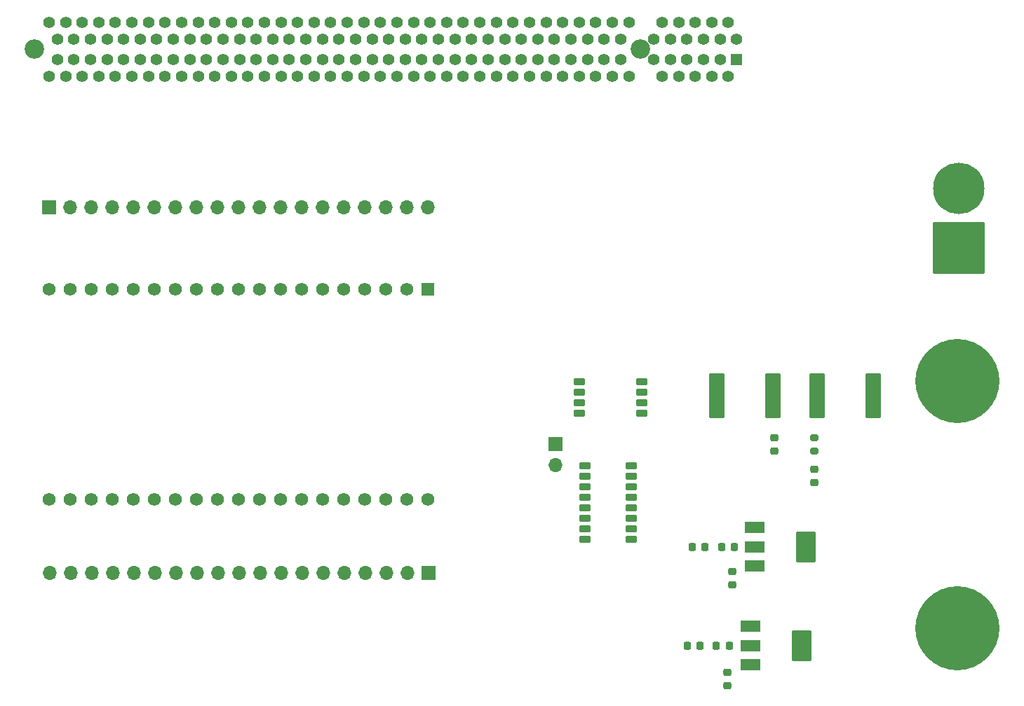
<source format=gbr>
%TF.GenerationSoftware,KiCad,Pcbnew,7.0.7*%
%TF.CreationDate,2024-02-19T11:00:26-08:00*%
%TF.ProjectId,Core-Board,436f7265-2d42-46f6-9172-642e6b696361,rev?*%
%TF.SameCoordinates,Original*%
%TF.FileFunction,Soldermask,Top*%
%TF.FilePolarity,Negative*%
%FSLAX46Y46*%
G04 Gerber Fmt 4.6, Leading zero omitted, Abs format (unit mm)*
G04 Created by KiCad (PCBNEW 7.0.7) date 2024-02-19 11:00:26*
%MOMM*%
%LPD*%
G01*
G04 APERTURE LIST*
G04 Aperture macros list*
%AMRoundRect*
0 Rectangle with rounded corners*
0 $1 Rounding radius*
0 $2 $3 $4 $5 $6 $7 $8 $9 X,Y pos of 4 corners*
0 Add a 4 corners polygon primitive as box body*
4,1,4,$2,$3,$4,$5,$6,$7,$8,$9,$2,$3,0*
0 Add four circle primitives for the rounded corners*
1,1,$1+$1,$2,$3*
1,1,$1+$1,$4,$5*
1,1,$1+$1,$6,$7*
1,1,$1+$1,$8,$9*
0 Add four rect primitives between the rounded corners*
20,1,$1+$1,$2,$3,$4,$5,0*
20,1,$1+$1,$4,$5,$6,$7,0*
20,1,$1+$1,$6,$7,$8,$9,0*
20,1,$1+$1,$8,$9,$2,$3,0*%
G04 Aperture macros list end*
%ADD10RoundRect,0.151600X-0.555400X-0.260400X0.555400X-0.260400X0.555400X0.260400X-0.555400X0.260400X0*%
%ADD11RoundRect,0.102000X0.600000X-0.300000X0.600000X0.300000X-0.600000X0.300000X-0.600000X-0.300000X0*%
%ADD12RoundRect,0.225000X0.250000X-0.225000X0.250000X0.225000X-0.250000X0.225000X-0.250000X-0.225000X0*%
%ADD13RoundRect,0.225000X-0.225000X-0.250000X0.225000X-0.250000X0.225000X0.250000X-0.225000X0.250000X0*%
%ADD14RoundRect,0.218750X-0.256250X0.218750X-0.256250X-0.218750X0.256250X-0.218750X0.256250X0.218750X0*%
%ADD15C,2.350000*%
%ADD16RoundRect,0.102000X-0.604000X-0.604000X0.604000X-0.604000X0.604000X0.604000X-0.604000X0.604000X0*%
%ADD17C,1.412000*%
%ADD18RoundRect,0.218750X0.218750X0.256250X-0.218750X0.256250X-0.218750X-0.256250X0.218750X-0.256250X0*%
%ADD19R,1.700000X1.700000*%
%ADD20O,1.700000X1.700000*%
%ADD21R,1.560000X1.560000*%
%ADD22C,1.560000*%
%ADD23RoundRect,0.200000X-0.275000X0.200000X-0.275000X-0.200000X0.275000X-0.200000X0.275000X0.200000X0*%
%ADD24RoundRect,0.102000X-1.100000X-0.600000X1.100000X-0.600000X1.100000X0.600000X-1.100000X0.600000X0*%
%ADD25RoundRect,0.102000X-1.100000X-1.750000X1.100000X-1.750000X1.100000X1.750000X-1.100000X1.750000X0*%
%ADD26RoundRect,0.250000X0.712500X2.475000X-0.712500X2.475000X-0.712500X-2.475000X0.712500X-2.475000X0*%
%ADD27C,6.204000*%
%ADD28RoundRect,0.102000X3.000000X-3.000000X3.000000X3.000000X-3.000000X3.000000X-3.000000X-3.000000X0*%
%ADD29C,10.160000*%
G04 APERTURE END LIST*
D10*
%TO.C,U4*%
X188279000Y-119507000D03*
X188279000Y-120777000D03*
X188279000Y-122047000D03*
X188279000Y-123317000D03*
X195769000Y-123317000D03*
X195769000Y-122047000D03*
X195769000Y-120777000D03*
X195769000Y-119507000D03*
%TD*%
D11*
%TO.C,U3*%
X194570000Y-138557000D03*
X194570000Y-137287000D03*
X194570000Y-136017000D03*
X194570000Y-134747000D03*
X194570000Y-133477000D03*
X194570000Y-132207000D03*
X194570000Y-130937000D03*
X194570000Y-129667000D03*
X188970000Y-129667000D03*
X188970000Y-130937000D03*
X188970000Y-132207000D03*
X188970000Y-133477000D03*
X188970000Y-134747000D03*
X188970000Y-136017000D03*
X188970000Y-137287000D03*
X188970000Y-138557000D03*
%TD*%
D12*
%TO.C,C2*%
X206100500Y-156223000D03*
X206100500Y-154673000D03*
%TD*%
D13*
%TO.C,C4*%
X201261500Y-151384000D03*
X202811500Y-151384000D03*
%TD*%
D14*
%TO.C,D1*%
X216659500Y-130105500D03*
X216659500Y-131680500D03*
%TD*%
D15*
%TO.C,J2*%
X122447000Y-79323000D03*
X195597000Y-79323000D03*
D16*
X207247000Y-80573000D03*
D17*
X206247000Y-82573000D03*
X205247000Y-80573000D03*
X204247000Y-82573000D03*
X203247000Y-80573000D03*
X202247000Y-82573000D03*
X201247000Y-80573000D03*
X200247000Y-82573000D03*
X199247000Y-80573000D03*
X198247000Y-82573000D03*
X197247000Y-80573000D03*
X194247000Y-82573000D03*
X193247000Y-80573000D03*
X192247000Y-82573000D03*
X191247000Y-80573000D03*
X190247000Y-82573000D03*
X189247000Y-80573000D03*
X188247000Y-82573000D03*
X187247000Y-80573000D03*
X186247000Y-82573000D03*
X185247000Y-80573000D03*
X184247000Y-82573000D03*
X183247000Y-80573000D03*
X182247000Y-82573000D03*
X181247000Y-80573000D03*
X180247000Y-82573000D03*
X179247000Y-80573000D03*
X178247000Y-82573000D03*
X177247000Y-80573000D03*
X176247000Y-82573000D03*
X175247000Y-80573000D03*
X174247000Y-82573000D03*
X173247000Y-80573000D03*
X172247000Y-82573000D03*
X171247000Y-80573000D03*
X170247000Y-82573000D03*
X169247000Y-80573000D03*
X168247000Y-82573000D03*
X167247000Y-80573000D03*
X166247000Y-82573000D03*
X165247000Y-80573000D03*
X164247000Y-82573000D03*
X163247000Y-80573000D03*
X162247000Y-82573000D03*
X161247000Y-80573000D03*
X160247000Y-82573000D03*
X159247000Y-80573000D03*
X158247000Y-82573000D03*
X157247000Y-80573000D03*
X156247000Y-82573000D03*
X155247000Y-80573000D03*
X154247000Y-82573000D03*
X153247000Y-80573000D03*
X152247000Y-82573000D03*
X151247000Y-80573000D03*
X150247000Y-82573000D03*
X149247000Y-80573000D03*
X148247000Y-82573000D03*
X147247000Y-80573000D03*
X146247000Y-82573000D03*
X145247000Y-80573000D03*
X144247000Y-82573000D03*
X143247000Y-80573000D03*
X142247000Y-82573000D03*
X141247000Y-80573000D03*
X140247000Y-82573000D03*
X139247000Y-80573000D03*
X138247000Y-82573000D03*
X137247000Y-80573000D03*
X136247000Y-82573000D03*
X135247000Y-80573000D03*
X134247000Y-82573000D03*
X133247000Y-80573000D03*
X132247000Y-82573000D03*
X131247000Y-80573000D03*
X130247000Y-82573000D03*
X129247000Y-80573000D03*
X128247000Y-82573000D03*
X127247000Y-80573000D03*
X126247000Y-82573000D03*
X125247000Y-80573000D03*
X124247000Y-82573000D03*
X207247000Y-78073000D03*
X206247000Y-76073000D03*
X205247000Y-78073000D03*
X204247000Y-76073000D03*
X203247000Y-78073000D03*
X202247000Y-76073000D03*
X201247000Y-78073000D03*
X200247000Y-76073000D03*
X199247000Y-78073000D03*
X198247000Y-76073000D03*
X197247000Y-78073000D03*
X194247000Y-76073000D03*
X193247000Y-78073000D03*
X192247000Y-76073000D03*
X191247000Y-78073000D03*
X190247000Y-76073000D03*
X189247000Y-78073000D03*
X188247000Y-76073000D03*
X187247000Y-78073000D03*
X186247000Y-76073000D03*
X185247000Y-78073000D03*
X184247000Y-76073000D03*
X183247000Y-78073000D03*
X182247000Y-76073000D03*
X181247000Y-78073000D03*
X180247000Y-76073000D03*
X179247000Y-78073000D03*
X178247000Y-76073000D03*
X177247000Y-78073000D03*
X176247000Y-76073000D03*
X175247000Y-78073000D03*
X174247000Y-76073000D03*
X173247000Y-78073000D03*
X172247000Y-76073000D03*
X171247000Y-78073000D03*
X170247000Y-76073000D03*
X169247000Y-78073000D03*
X168247000Y-76073000D03*
X167247000Y-78073000D03*
X166247000Y-76073000D03*
X165247000Y-78073000D03*
X164247000Y-76073000D03*
X163247000Y-78073000D03*
X162247000Y-76073000D03*
X161247000Y-78073000D03*
X160247000Y-76073000D03*
X159247000Y-78073000D03*
X158247000Y-76073000D03*
X157247000Y-78073000D03*
X156247000Y-76073000D03*
X155247000Y-78073000D03*
X154247000Y-76073000D03*
X153247000Y-78073000D03*
X152247000Y-76073000D03*
X151247000Y-78073000D03*
X150247000Y-76073000D03*
X149247000Y-78073000D03*
X148247000Y-76073000D03*
X147247000Y-78073000D03*
X146247000Y-76073000D03*
X145247000Y-78073000D03*
X144247000Y-76073000D03*
X143247000Y-78073000D03*
X142247000Y-76073000D03*
X141247000Y-78073000D03*
X140247000Y-76073000D03*
X139247000Y-78073000D03*
X138247000Y-76073000D03*
X137247000Y-78073000D03*
X136247000Y-76073000D03*
X135247000Y-78073000D03*
X134247000Y-76073000D03*
X133247000Y-78073000D03*
X132247000Y-76073000D03*
X131247000Y-78073000D03*
X130247000Y-76073000D03*
X129247000Y-78073000D03*
X128247000Y-76073000D03*
X127247000Y-78073000D03*
X126247000Y-76073000D03*
X125247000Y-78073000D03*
X124247000Y-76073000D03*
%TD*%
D18*
%TO.C,F2*%
X206380000Y-151384000D03*
X204805000Y-151384000D03*
%TD*%
D13*
%TO.C,C3*%
X201865000Y-139446000D03*
X203415000Y-139446000D03*
%TD*%
D19*
%TO.C,J4*%
X124266800Y-98399600D03*
D20*
X126806800Y-98399600D03*
X129346800Y-98399600D03*
X131886800Y-98399600D03*
X134426800Y-98399600D03*
X136966800Y-98399600D03*
X139506800Y-98399600D03*
X142046800Y-98399600D03*
X144586800Y-98399600D03*
X147126800Y-98399600D03*
X149666800Y-98399600D03*
X152206800Y-98399600D03*
X154746800Y-98399600D03*
X157286800Y-98399600D03*
X159826800Y-98399600D03*
X162366800Y-98399600D03*
X164906800Y-98399600D03*
X167446800Y-98399600D03*
X169986800Y-98399600D03*
%TD*%
D21*
%TO.C,J3*%
X170001000Y-108341001D03*
D22*
X167461000Y-108341001D03*
X164921000Y-108341001D03*
X162381000Y-108341001D03*
X159841000Y-108341001D03*
X157301000Y-108341001D03*
X154761000Y-108341001D03*
X152221000Y-108341001D03*
X149681000Y-108341001D03*
X147141000Y-108341001D03*
X144601000Y-108341001D03*
X142061000Y-108341001D03*
X139521000Y-108341001D03*
X136981000Y-108341001D03*
X134441000Y-108341001D03*
X131901000Y-108341001D03*
X129361000Y-108341001D03*
X126821000Y-108341001D03*
X124281000Y-108341001D03*
X170001000Y-133741001D03*
X167461000Y-133741001D03*
X164921000Y-133741001D03*
X162381000Y-133741001D03*
X159841000Y-133741001D03*
X157301000Y-133741001D03*
X154761000Y-133741001D03*
X152221000Y-133741001D03*
X149681000Y-133741001D03*
X147141000Y-133741001D03*
X144601000Y-133741001D03*
X142061000Y-133741001D03*
X139521000Y-133741001D03*
X136981000Y-133741001D03*
X134441000Y-133741001D03*
X131901000Y-133741001D03*
X129361000Y-133741001D03*
X126821000Y-133741001D03*
X124281000Y-133741001D03*
%TD*%
D19*
%TO.C,J5*%
X170043000Y-142621000D03*
D20*
X167503000Y-142621000D03*
X164963000Y-142621000D03*
X162423000Y-142621000D03*
X159883000Y-142621000D03*
X157343000Y-142621000D03*
X154803000Y-142621000D03*
X152263000Y-142621000D03*
X149723000Y-142621000D03*
X147183000Y-142621000D03*
X144643000Y-142621000D03*
X142103000Y-142621000D03*
X139563000Y-142621000D03*
X137023000Y-142621000D03*
X134483000Y-142621000D03*
X131943000Y-142621000D03*
X129403000Y-142621000D03*
X126863000Y-142621000D03*
X124323000Y-142621000D03*
%TD*%
D23*
%TO.C,R1*%
X216659500Y-126258000D03*
X216659500Y-127908000D03*
%TD*%
D24*
%TO.C,U2*%
X208938000Y-149084000D03*
X208938000Y-151384000D03*
X208938000Y-153684000D03*
D25*
X215138000Y-151384000D03*
%TD*%
D26*
%TO.C,F4*%
X211665000Y-121241000D03*
X204890000Y-121241000D03*
%TD*%
D27*
%TO.C,J3*%
X234035600Y-96127200D03*
D28*
X234035600Y-103327200D03*
%TD*%
D29*
%TO.C,J1*%
X233934000Y-149350000D03*
X233934000Y-119380000D03*
%TD*%
D12*
%TO.C,C4*%
X211833500Y-127858000D03*
X211833500Y-126308000D03*
%TD*%
D18*
%TO.C,F1*%
X206983500Y-139446000D03*
X205408500Y-139446000D03*
%TD*%
D12*
%TO.C,C1*%
X206704000Y-144031000D03*
X206704000Y-142481000D03*
%TD*%
D24*
%TO.C,U1*%
X209446000Y-137146000D03*
X209446000Y-139446000D03*
X209446000Y-141746000D03*
D25*
X215646000Y-139446000D03*
%TD*%
D19*
%TO.C,J1*%
X185420000Y-127000000D03*
D20*
X185420000Y-129540000D03*
%TD*%
D26*
%TO.C,F1*%
X223757900Y-121208800D03*
X216982900Y-121208800D03*
%TD*%
M02*

</source>
